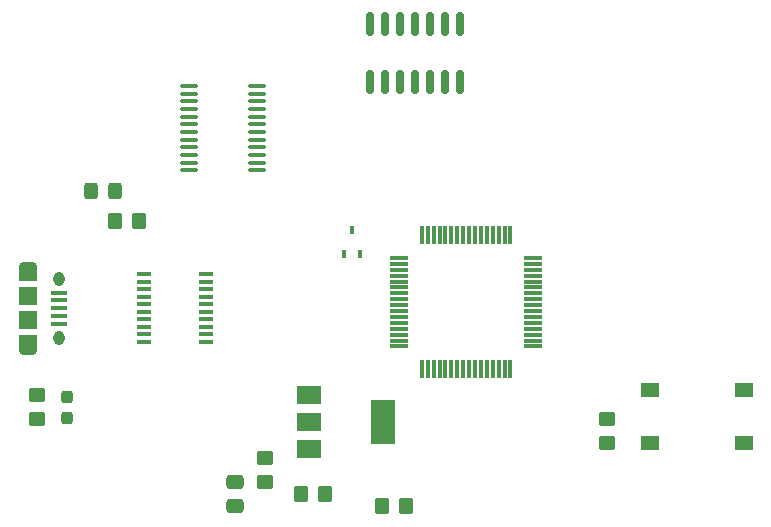
<source format=gtp>
%TF.GenerationSoftware,KiCad,Pcbnew,(6.0.1)*%
%TF.CreationDate,2023-10-20T16:16:52-04:00*%
%TF.ProjectId,MainMicro,4d61696e-4d69-4637-926f-2e6b69636164,rev?*%
%TF.SameCoordinates,Original*%
%TF.FileFunction,Paste,Top*%
%TF.FilePolarity,Positive*%
%FSLAX46Y46*%
G04 Gerber Fmt 4.6, Leading zero omitted, Abs format (unit mm)*
G04 Created by KiCad (PCBNEW (6.0.1)) date 2023-10-20 16:16:52*
%MOMM*%
%LPD*%
G01*
G04 APERTURE LIST*
G04 Aperture macros list*
%AMRoundRect*
0 Rectangle with rounded corners*
0 $1 Rounding radius*
0 $2 $3 $4 $5 $6 $7 $8 $9 X,Y pos of 4 corners*
0 Add a 4 corners polygon primitive as box body*
4,1,4,$2,$3,$4,$5,$6,$7,$8,$9,$2,$3,0*
0 Add four circle primitives for the rounded corners*
1,1,$1+$1,$2,$3*
1,1,$1+$1,$4,$5*
1,1,$1+$1,$6,$7*
1,1,$1+$1,$8,$9*
0 Add four rect primitives between the rounded corners*
20,1,$1+$1,$2,$3,$4,$5,0*
20,1,$1+$1,$4,$5,$6,$7,0*
20,1,$1+$1,$6,$7,$8,$9,0*
20,1,$1+$1,$8,$9,$2,$3,0*%
G04 Aperture macros list end*
%ADD10RoundRect,0.237500X0.237500X-0.287500X0.237500X0.287500X-0.237500X0.287500X-0.237500X-0.287500X0*%
%ADD11RoundRect,0.075000X-0.700000X-0.075000X0.700000X-0.075000X0.700000X0.075000X-0.700000X0.075000X0*%
%ADD12RoundRect,0.075000X-0.075000X-0.700000X0.075000X-0.700000X0.075000X0.700000X-0.075000X0.700000X0*%
%ADD13RoundRect,0.250000X-0.450000X0.350000X-0.450000X-0.350000X0.450000X-0.350000X0.450000X0.350000X0*%
%ADD14R,1.550000X1.300000*%
%ADD15RoundRect,0.250000X0.350000X0.450000X-0.350000X0.450000X-0.350000X-0.450000X0.350000X-0.450000X0*%
%ADD16R,2.000000X1.500000*%
%ADD17R,2.000000X3.800000*%
%ADD18RoundRect,0.250000X-0.475000X0.337500X-0.475000X-0.337500X0.475000X-0.337500X0.475000X0.337500X0*%
%ADD19RoundRect,0.250000X-0.350000X-0.450000X0.350000X-0.450000X0.350000X0.450000X-0.350000X0.450000X0*%
%ADD20RoundRect,0.250000X0.450000X-0.350000X0.450000X0.350000X-0.450000X0.350000X-0.450000X-0.350000X0*%
%ADD21O,1.550000X0.890000*%
%ADD22O,0.950000X1.250000*%
%ADD23R,1.350000X0.400000*%
%ADD24R,1.550000X1.500000*%
%ADD25R,1.550000X1.200000*%
%ADD26RoundRect,0.100000X0.637500X0.100000X-0.637500X0.100000X-0.637500X-0.100000X0.637500X-0.100000X0*%
%ADD27RoundRect,0.250000X-0.325000X-0.450000X0.325000X-0.450000X0.325000X0.450000X-0.325000X0.450000X0*%
%ADD28R,0.450000X0.700000*%
%ADD29R,1.200000X0.400000*%
%ADD30RoundRect,0.150000X0.150000X-0.825000X0.150000X0.825000X-0.150000X0.825000X-0.150000X-0.825000X0*%
G04 APERTURE END LIST*
D10*
X152146000Y-106539000D03*
X152146000Y-104789000D03*
D11*
X180274500Y-93024000D03*
X180274500Y-93524000D03*
X180274500Y-94024000D03*
X180274500Y-94524000D03*
X180274500Y-95024000D03*
X180274500Y-95524000D03*
X180274500Y-96024000D03*
X180274500Y-96524000D03*
X180274500Y-97024000D03*
X180274500Y-97524000D03*
X180274500Y-98024000D03*
X180274500Y-98524000D03*
X180274500Y-99024000D03*
X180274500Y-99524000D03*
X180274500Y-100024000D03*
X180274500Y-100524000D03*
D12*
X182199500Y-102449000D03*
X182699500Y-102449000D03*
X183199500Y-102449000D03*
X183699500Y-102449000D03*
X184199500Y-102449000D03*
X184699500Y-102449000D03*
X185199500Y-102449000D03*
X185699500Y-102449000D03*
X186199500Y-102449000D03*
X186699500Y-102449000D03*
X187199500Y-102449000D03*
X187699500Y-102449000D03*
X188199500Y-102449000D03*
X188699500Y-102449000D03*
X189199500Y-102449000D03*
X189699500Y-102449000D03*
D11*
X191624500Y-100524000D03*
X191624500Y-100024000D03*
X191624500Y-99524000D03*
X191624500Y-99024000D03*
X191624500Y-98524000D03*
X191624500Y-98024000D03*
X191624500Y-97524000D03*
X191624500Y-97024000D03*
X191624500Y-96524000D03*
X191624500Y-96024000D03*
X191624500Y-95524000D03*
X191624500Y-95024000D03*
X191624500Y-94524000D03*
X191624500Y-94024000D03*
X191624500Y-93524000D03*
X191624500Y-93024000D03*
D12*
X189699500Y-91099000D03*
X189199500Y-91099000D03*
X188699500Y-91099000D03*
X188199500Y-91099000D03*
X187699500Y-91099000D03*
X187199500Y-91099000D03*
X186699500Y-91099000D03*
X186199500Y-91099000D03*
X185699500Y-91099000D03*
X185199500Y-91099000D03*
X184699500Y-91099000D03*
X184199500Y-91099000D03*
X183699500Y-91099000D03*
X183199500Y-91099000D03*
X182699500Y-91099000D03*
X182199500Y-91099000D03*
D13*
X197866000Y-106696000D03*
X197866000Y-108696000D03*
D14*
X209466000Y-104176000D03*
X201506000Y-104176000D03*
X201506000Y-108676000D03*
X209466000Y-108676000D03*
D15*
X180832000Y-114046000D03*
X178832000Y-114046000D03*
X158226000Y-89916000D03*
X156226000Y-89916000D03*
D16*
X172618000Y-104634000D03*
D17*
X178918000Y-106934000D03*
D16*
X172618000Y-106934000D03*
X172618000Y-109234000D03*
D18*
X166370000Y-111992500D03*
X166370000Y-114067500D03*
D19*
X171974000Y-113030000D03*
X173974000Y-113030000D03*
D20*
X149606000Y-106664000D03*
X149606000Y-104664000D03*
D13*
X168910000Y-109998000D03*
X168910000Y-111998000D03*
D21*
X148814000Y-100782000D03*
D22*
X151514000Y-94782000D03*
D21*
X148814000Y-93782000D03*
D22*
X151514000Y-99782000D03*
D23*
X151514000Y-95982000D03*
X151514000Y-96632000D03*
X151514000Y-97282000D03*
X151514000Y-97932000D03*
X151514000Y-98582000D03*
D24*
X148814000Y-98282000D03*
D25*
X148814000Y-94382000D03*
X148814000Y-100182000D03*
D24*
X148814000Y-96282000D03*
D26*
X168216500Y-85617000D03*
X168216500Y-84967000D03*
X168216500Y-84317000D03*
X168216500Y-83667000D03*
X168216500Y-83017000D03*
X168216500Y-82367000D03*
X168216500Y-81717000D03*
X168216500Y-81067000D03*
X168216500Y-80417000D03*
X168216500Y-79767000D03*
X168216500Y-79117000D03*
X168216500Y-78467000D03*
X162491500Y-78467000D03*
X162491500Y-79117000D03*
X162491500Y-79767000D03*
X162491500Y-80417000D03*
X162491500Y-81067000D03*
X162491500Y-81717000D03*
X162491500Y-82367000D03*
X162491500Y-83017000D03*
X162491500Y-83667000D03*
X162491500Y-84317000D03*
X162491500Y-84967000D03*
X162491500Y-85617000D03*
D27*
X154169000Y-87376000D03*
X156219000Y-87376000D03*
D28*
X175626000Y-92694000D03*
X176926000Y-92694000D03*
X176276000Y-90694000D03*
D29*
X163890000Y-100139500D03*
X163890000Y-99504500D03*
X163890000Y-98869500D03*
X163890000Y-98234500D03*
X163890000Y-97599500D03*
X163890000Y-96964500D03*
X163890000Y-96329500D03*
X163890000Y-95694500D03*
X163890000Y-95059500D03*
X163890000Y-94424500D03*
X158690000Y-94424500D03*
X158690000Y-95059500D03*
X158690000Y-95694500D03*
X158690000Y-96329500D03*
X158690000Y-96964500D03*
X158690000Y-97599500D03*
X158690000Y-98234500D03*
X158690000Y-98869500D03*
X158690000Y-99504500D03*
X158690000Y-100139500D03*
D30*
X177800000Y-78167000D03*
X179070000Y-78167000D03*
X180340000Y-78167000D03*
X181610000Y-78167000D03*
X182880000Y-78167000D03*
X184150000Y-78167000D03*
X185420000Y-78167000D03*
X185420000Y-73217000D03*
X184150000Y-73217000D03*
X182880000Y-73217000D03*
X181610000Y-73217000D03*
X180340000Y-73217000D03*
X179070000Y-73217000D03*
X177800000Y-73217000D03*
M02*

</source>
